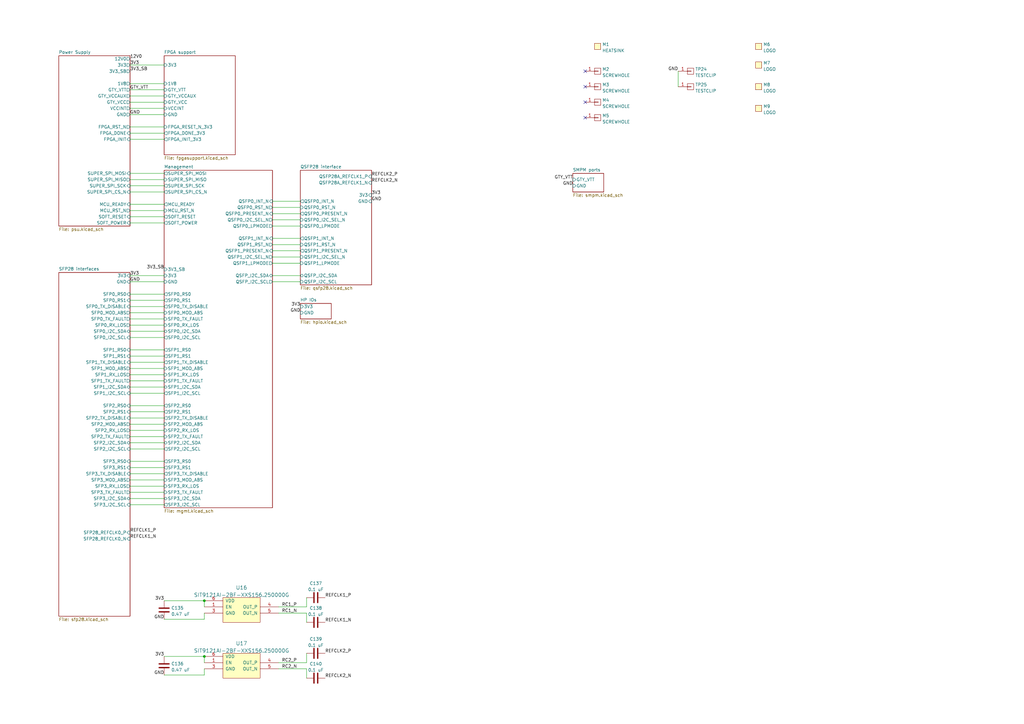
<source format=kicad_sch>
(kicad_sch (version 20231120) (generator "eeschema") (generator_version "8.0")
  (paper "A3")
  (title_block (title "Kintex Ultrascale+ OshPark For The Lulz") (date "2024-11-10") (rev "0.1") (company "Antikernel Labs") (comment 1 "Andrew D. Zonenberg"))
  (lib_symbols
    (symbol "conn:CONN_01X01" (pin_names (offset 1.016) hide)
      (property "Reference" "J" (at 0 2.54 0))
      (property "Value" "CONN_01X01" (at 2.54 0 90))
      (symbol "CONN_01X01_0_1"
        (rectangle (start -1.27 0.127) (end 0.254 -0.127))
        (rectangle (start -1.27 1.27) (end 1.27 -1.27))
      )
      (symbol "CONN_01X01_1_1"
        (pin passive line (at -5.08 0 0) (length 3.81) (name "P1") (number "1"))
      )
    )
    (symbol "device:C" (pin_numbers hide) (pin_names (offset 0.254))
      (property "Reference" "C" (at 0.635 2.54 0))
      (property "Value" "C" (at 0.635 -2.54 0))
      (symbol "C_0_1"
        (polyline (pts (xy -2.032 -0.762) (xy 2.032 -0.762)) (stroke (width 0.508)))
        (polyline (pts (xy -2.032 0.762) (xy 2.032 0.762)) (stroke (width 0.508)))
      )
      (symbol "C_1_1"
        (pin passive line (at 0 3.81 270) (length 2.794) (name "~") (number "1"))
        (pin passive line (at 0 -3.81 90) (length 2.794) (name "~") (number "2"))
      )
    )
    (symbol "osc-azonenberg:OSC_LVDS_NOPAD" (pin_names (offset 1.016))
      (property "Reference" "U" (at 0 -1.27 0))
      (property "Value" "OSC_LVDS_NOPAD" (at 0 -3.81 0))
      (symbol "OSC_LVDS_NOPAD_0_1"
        (rectangle (start 0 10.16) (end 15.24 0) (fill (type background)))
      )
      (symbol "OSC_LVDS_NOPAD_1_1"
        (pin input line (at -7.62 6.35 0) (length 7.62) (name "EN") (number "1"))
        (pin power_in line (at -7.62 3.81 0) (length 7.62) (name "GND") (number "3"))
        (pin output line (at 22.86 6.35 180) (length 7.62) (name "OUT_P") (number "4"))
        (pin output line (at 22.86 3.81 180) (length 7.62) (name "OUT_N") (number "5"))
        (pin power_in line (at -7.62 8.89 0) (length 7.62) (name "VDD") (number "6"))
      )
    )
    (symbol "special-azonenberg:MECHANICAL" (pin_names (offset 1.016))
      (property "Reference" "M" (at 0 -2.54 0))
      (property "Value" "MECHANICAL" (at 0 -5.08 0))
      (symbol "MECHANICAL_0_1"
        (rectangle (start 0 1.27) (end 2.54 -1.27) (fill (type background)))
      )
    )
  )
  (junction (at 83.82 269.24))
  (junction (at 83.82 246.38))
  (no_connect (at 240.03 41.91))
  (no_connect (at 240.03 35.56))
  (no_connect (at 240.03 48.26))
  (no_connect (at 240.03 29.21))
  (wire (pts (xy 53.34 133.35) (xy 67.31 133.35)))
  (wire (pts (xy 53.34 151.13) (xy 67.31 151.13)))
  (wire (pts (xy 53.34 41.91) (xy 67.31 41.91)))
  (wire (pts (xy 53.34 179.07) (xy 67.31 179.07)))
  (wire (pts (xy 83.82 254) (xy 83.82 251.46)))
  (wire (pts (xy 53.34 130.81) (xy 67.31 130.81)))
  (wire (pts (xy 125.73 245.11) (xy 125.73 248.92)))
  (wire (pts (xy 67.31 269.24) (xy 83.82 269.24)))
  (wire (pts (xy 53.34 138.43) (xy 67.31 138.43)))
  (wire (pts (xy 53.34 156.21) (xy 67.31 156.21)))
  (wire (pts (xy 111.76 105.41) (xy 123.19 105.41)))
  (wire (pts (xy 53.34 83.82) (xy 67.31 83.82)))
  (wire (pts (xy 111.76 102.87) (xy 123.19 102.87)))
  (wire (pts (xy 53.34 86.36) (xy 67.31 86.36)))
  (wire (pts (xy 53.34 194.31) (xy 67.31 194.31)))
  (wire (pts (xy 111.76 113.03) (xy 123.19 113.03)))
  (wire (pts (xy 53.34 34.29) (xy 67.31 34.29)))
  (wire (pts (xy 114.3 248.92) (xy 125.73 248.92)))
  (wire (pts (xy 53.34 158.75) (xy 67.31 158.75)))
  (wire (pts (xy 67.31 276.86) (xy 83.82 276.86)))
  (wire (pts (xy 53.34 46.99) (xy 67.31 46.99)))
  (wire (pts (xy 53.34 88.9) (xy 67.31 88.9)))
  (wire (pts (xy 53.34 113.03) (xy 67.31 113.03)))
  (wire (pts (xy 53.34 73.66) (xy 67.31 73.66)))
  (wire (pts (xy 53.34 26.67) (xy 67.31 26.67)))
  (wire (pts (xy 53.34 189.23) (xy 67.31 189.23)))
  (wire (pts (xy 53.34 76.2) (xy 67.31 76.2)))
  (wire (pts (xy 53.34 39.37) (xy 67.31 39.37)))
  (wire (pts (xy 53.34 146.05) (xy 67.31 146.05)))
  (wire (pts (xy 111.76 100.33) (xy 123.19 100.33)))
  (wire (pts (xy 53.34 166.37) (xy 67.31 166.37)))
  (wire (pts (xy 53.34 153.67) (xy 67.31 153.67)))
  (wire (pts (xy 83.82 276.86) (xy 83.82 274.32)))
  (wire (pts (xy 53.34 120.65) (xy 67.31 120.65)))
  (wire (pts (xy 53.34 148.59) (xy 67.31 148.59)))
  (wire (pts (xy 83.82 246.38) (xy 83.82 248.92)))
  (wire (pts (xy 53.34 115.57) (xy 67.31 115.57)))
  (wire (pts (xy 53.34 201.93) (xy 67.31 201.93)))
  (wire (pts (xy 111.76 85.09) (xy 123.19 85.09)))
  (wire (pts (xy 53.34 54.61) (xy 67.31 54.61)))
  (wire (pts (xy 53.34 44.45) (xy 67.31 44.45)))
  (wire (pts (xy 53.34 196.85) (xy 67.31 196.85)))
  (wire (pts (xy 53.34 36.83) (xy 67.31 36.83)))
  (wire (pts (xy 53.34 78.74) (xy 67.31 78.74)))
  (wire (pts (xy 53.34 57.15) (xy 67.31 57.15)))
  (wire (pts (xy 53.34 191.77) (xy 67.31 191.77)))
  (wire (pts (xy 111.76 90.17) (xy 123.19 90.17)))
  (wire (pts (xy 53.34 71.12) (xy 67.31 71.12)))
  (wire (pts (xy 53.34 128.27) (xy 67.31 128.27)))
  (wire (pts (xy 53.34 204.47) (xy 67.31 204.47)))
  (wire (pts (xy 53.34 52.07) (xy 67.31 52.07)))
  (wire (pts (xy 53.34 173.99) (xy 67.31 173.99)))
  (wire (pts (xy 53.34 135.89) (xy 67.31 135.89)))
  (wire (pts (xy 53.34 176.53) (xy 67.31 176.53)))
  (wire (pts (xy 111.76 97.79) (xy 123.19 97.79)))
  (wire (pts (xy 111.76 107.95) (xy 123.19 107.95)))
  (wire (pts (xy 125.73 267.97) (xy 125.73 271.78)))
  (wire (pts (xy 53.34 125.73) (xy 67.31 125.73)))
  (wire (pts (xy 53.34 207.01) (xy 67.31 207.01)))
  (wire (pts (xy 53.34 161.29) (xy 67.31 161.29)))
  (wire (pts (xy 125.73 274.32) (xy 125.73 278.13)))
  (wire (pts (xy 67.31 254) (xy 83.82 254)))
  (wire (pts (xy 53.34 123.19) (xy 67.31 123.19)))
  (wire (pts (xy 111.76 82.55) (xy 123.19 82.55)))
  (wire (pts (xy 83.82 269.24) (xy 83.82 271.78)))
  (wire (pts (xy 53.34 171.45) (xy 67.31 171.45)))
  (wire (pts (xy 53.34 184.15) (xy 67.31 184.15)))
  (wire (pts (xy 67.31 246.38) (xy 83.82 246.38)))
  (wire (pts (xy 111.76 87.63) (xy 123.19 87.63)))
  (wire (pts (xy 53.34 168.91) (xy 67.31 168.91)))
  (wire (pts (xy 114.3 271.78) (xy 125.73 271.78)))
  (wire (pts (xy 53.34 91.44) (xy 67.31 91.44)))
  (wire (pts (xy 114.3 274.32) (xy 125.73 274.32)))
  (wire (pts (xy 111.76 92.71) (xy 123.19 92.71)))
  (wire (pts (xy 278.13 29.21) (xy 278.13 35.56)))
  (wire (pts (xy 53.34 143.51) (xy 67.31 143.51)))
  (wire (pts (xy 53.34 199.39) (xy 67.31 199.39)))
  (wire (pts (xy 125.73 251.46) (xy 125.73 255.27)))
  (wire (pts (xy 114.3 251.46) (xy 125.73 251.46)))
  (wire (pts (xy 111.76 115.57) (xy 123.19 115.57)))
  (wire (pts (xy 53.34 181.61) (xy 67.31 181.61)))
  (label "REFCLK2_P" (at 133.35 267.97 0))
  (label "REFCLK2_N" (at 133.35 278.13 0))
  (label "REFCLK1_P" (at 133.35 245.11 0))
  (label "REFCLK1_N" (at 53.34 220.98 0))
  (label "3V3" (at 53.34 26.67 0))
  (label "3V3" (at 53.34 113.03 0))
  (label "3V3_SB" (at 67.31 110.49 180))
  (label "REFCLK2_P" (at 152.4 72.39 0))
  (label "REFCLK1_N" (at 133.35 255.27 0))
  (label "3V3" (at 123.19 125.73 180))
  (label "12V0" (at 53.34 24.13 0))
  (label "RC1_P" (at 115.57 248.92 0))
  (label "GND" (at 123.19 128.27 180))
  (label "GND" (at 152.4 82.55 0))
  (label "3V3" (at 152.4 80.01 0))
  (label "3V3" (at 67.31 246.38 180))
  (label "RC2_P" (at 115.57 271.78 0))
  (label "REFCLK2_N" (at 152.4 74.93 0))
  (label "REFCLK1_P" (at 53.34 218.44 0))
  (label "3V3_SB" (at 53.34 29.21 0))
  (label "GND" (at 53.34 46.99 0))
  (label "GTY_VTT" (at 53.34 36.83 0))
  (label "GTY_VTT" (at 234.95 73.66 180))
  (label "GND" (at 53.34 115.57 0))
  (label "GND" (at 234.95 76.2 180))
  (label "GND" (at 67.31 254 180))
  (label "GND" (at 278.13 29.21 180))
  (label "GND" (at 67.31 276.86 180))
  (label "3V3" (at 67.31 269.24 180))
  (label "RC2_N" (at 115.57 274.32 0))
  (label "RC1_N" (at 115.57 251.46 0))
  (symbol (lib_id "osc-azonenberg:OSC_LVDS_NOPAD") (at 91.44 255.27 0) (unit 1)
    (property "Reference" "U16" (at 99.06 241.0259 0) (effects (font (size 1.524 1.524))))
    (property "Value" "SIT9121AI-2BF-XXS156.250000G" (at 99.06 244.0193 0) (effects (font (size 1.524 1.524))))
    (property "Footprint" "azonenberg_pcb:OSCILLATOR_LVDS_3.2x2.5" (effects (hide yes)))
  )
  (symbol (lib_id "special-azonenberg:MECHANICAL") (at 309.88 19.05 0) (unit 1)
    (property "Reference" "M6" (at 313.055 18.2153 0) (effects (justify left)))
    (property "Value" "LOGO" (at 313.055 20.7522 0) (effects (justify left)))
    (property "Footprint" "azonenberg_pcb:LONGTHING-1200DPI" (effects (hide yes)))
  )
  (symbol (lib_id "conn:CONN_01X01") (at 245.11 35.56 0) (unit 1)
    (property "Reference" "M3" (at 247.015 34.7253 0) (effects (justify left)))
    (property "Value" "SCREWHOLE" (at 247.015 37.2622 0) (effects (justify left)))
    (property "Footprint" "azonenberg_pcb:MECHANICAL_CLEARANCEHOLE_4_40" (effects (hide yes)))
  )
  (symbol (lib_id "special-azonenberg:MECHANICAL") (at 309.88 44.45 0) (unit 1)
    (property "Reference" "M9" (at 313.055 43.6153 0) (effects (justify left)))
    (property "Value" "LOGO" (at 313.055 46.1522 0) (effects (justify left)))
    (property "Footprint" "w_logo:Logo_silk_WEEE_3.4x5mm" (effects (hide yes)))
  )
  (symbol (lib_id "device:C") (at 67.31 250.19 0) (unit 1)
    (property "Reference" "C135" (at 70.231 249.3553 0) (effects (justify left)))
    (property "Value" "0.47 uF" (at 70.231 251.8922 0) (effects (justify left)))
    (property "Footprint" "azonenberg_pcb:EIA_0402_CAP_NOSILK" (effects (hide yes)))
  )
  (symbol (lib_id "device:C") (at 129.54 267.97 90) (unit 1)
    (property "Reference" "C139" (at 129.54 262.1112 90))
    (property "Value" "0.1 uF" (at 129.54 264.6481 90))
    (property "Footprint" "azonenberg_pcb:EIA_0402_CAP_NOSILK" (effects (hide yes)))
  )
  (symbol (lib_id "osc-azonenberg:OSC_LVDS_NOPAD") (at 91.44 278.13 0) (unit 1)
    (property "Reference" "U17" (at 99.06 263.8859 0) (effects (font (size 1.524 1.524))))
    (property "Value" "SIT9121AI-2BF-XXS156.250000G" (at 99.06 266.8793 0) (effects (font (size 1.524 1.524))))
    (property "Footprint" "azonenberg_pcb:OSCILLATOR_LVDS_3.2x2.5" (effects (hide yes)))
  )
  (symbol (lib_id "device:C") (at 67.31 273.05 0) (unit 1)
    (property "Reference" "C136" (at 70.231 272.2153 0) (effects (justify left)))
    (property "Value" "0.47 uF" (at 70.231 274.7522 0) (effects (justify left)))
    (property "Footprint" "azonenberg_pcb:EIA_0402_CAP_NOSILK" (effects (hide yes)))
  )
  (symbol (lib_id "device:C") (at 129.54 245.11 90) (unit 1)
    (property "Reference" "C137" (at 129.54 239.2512 90))
    (property "Value" "0.1 uF" (at 129.54 241.7881 90))
    (property "Footprint" "azonenberg_pcb:EIA_0402_CAP_NOSILK" (effects (hide yes)))
  )
  (symbol (lib_id "conn:CONN_01X01") (at 245.11 29.21 0) (unit 1)
    (property "Reference" "M2" (at 247.015 28.3753 0) (effects (justify left)))
    (property "Value" "SCREWHOLE" (at 247.015 30.9122 0) (effects (justify left)))
    (property "Footprint" "azonenberg_pcb:MECHANICAL_CLEARANCEHOLE_4_40" (effects (hide yes)))
  )
  (symbol (lib_id "conn:CONN_01X01") (at 245.11 48.26 0) (unit 1)
    (property "Reference" "M5" (at 247.015 47.4253 0) (effects (justify left)))
    (property "Value" "SCREWHOLE" (at 247.015 49.9622 0) (effects (justify left)))
    (property "Footprint" "azonenberg_pcb:MECHANICAL_CLEARANCEHOLE_4_40" (effects (hide yes)))
  )
  (symbol (lib_id "conn:CONN_01X01") (at 245.11 41.91 0) (unit 1)
    (property "Reference" "M4" (at 247.015 41.0753 0) (effects (justify left)))
    (property "Value" "SCREWHOLE" (at 247.015 43.6122 0) (effects (justify left)))
    (property "Footprint" "azonenberg_pcb:MECHANICAL_CLEARANCEHOLE_4_40" (effects (hide yes)))
  )
  (symbol (lib_id "device:C") (at 129.54 278.13 90) (unit 1)
    (property "Reference" "C140" (at 129.54 272.2712 90))
    (property "Value" "0.1 uF" (at 129.54 274.8081 90))
    (property "Footprint" "azonenberg_pcb:EIA_0402_CAP_NOSILK" (effects (hide yes)))
  )
  (symbol (lib_id "special-azonenberg:MECHANICAL") (at 309.88 26.67 0) (unit 1)
    (property "Reference" "M7" (at 313.055 25.8353 0) (effects (justify left)))
    (property "Value" "LOGO" (at 313.055 28.3722 0) (effects (justify left)))
    (property "Footprint" "w_logo:Logo_silk_ROHS_5x2.8mm" (effects (hide yes)))
  )
  (symbol (lib_id "conn:CONN_01X01") (at 283.21 29.21 0) (unit 1)
    (property "Reference" "TP24" (at 285.115 28.3753 0) (effects (justify left)))
    (property "Value" "TESTCLIP" (at 285.115 30.9122 0) (effects (justify left)))
    (property "Footprint" "azonenberg_pcb:TESTPOINT_SMT_KEYSTONE_5016" (effects (hide yes)))
  )
  (symbol (lib_id "special-azonenberg:MECHANICAL") (at 243.84 19.05 0) (unit 1)
    (property "Reference" "M1" (at 247.015 18.2153 0) (effects (justify left)))
    (property "Value" "HEATSINK" (at 247.015 20.7522 0) (effects (justify left)))
    (property "Footprint" "azonenberg_pcb:HEATSINK_WAKEFIELDVETTE_960-27-12-D-AB-0" (effects (hide yes)))
  )
  (symbol (lib_id "special-azonenberg:MECHANICAL") (at 309.88 35.56 0) (unit 1)
    (property "Reference" "M8" (at 313.055 34.7253 0) (effects (justify left)))
    (property "Value" "LOGO" (at 313.055 37.2622 0) (effects (justify left)))
    (property "Footprint" "w_logo:Logo_silk_OSHW_6x6mm" (effects (hide yes)))
  )
  (symbol (lib_id "conn:CONN_01X01") (at 283.21 35.56 0) (unit 1)
    (property "Reference" "TP25" (at 285.115 34.7253 0) (effects (justify left)))
    (property "Value" "TESTCLIP" (at 285.115 37.2622 0) (effects (justify left)))
    (property "Footprint" "azonenberg_pcb:TESTPOINT_SMT_KEYSTONE_5016" (effects (hide yes)))
  )
  (symbol (lib_id "device:C") (at 129.54 255.27 90) (unit 1)
    (property "Reference" "C138" (at 129.54 249.4112 90))
    (property "Value" "0.1 uF" (at 129.54 251.9481 90))
    (property "Footprint" "azonenberg_pcb:EIA_0402_CAP_NOSILK" (effects (hide yes)))
  )
  (sheet (at 24.13 22.86) (size 29.21 69.85) (stroke (width 0.1524))
    (property "Sheetname" "Power Supply" (at 24.13 22.1484 0) (effects (justify left bottom)))
    (property "Sheetfile" "psu.kicad_sch" (at 24.13 93.2946 0) (effects (justify left top)))
    (pin "GTY_VCCAUX" output (at 53.34 39.37 0))
    (pin "GTY_VTT" output (at 53.34 36.83 0))
    (pin "VCCINT" output (at 53.34 44.45 0))
    (pin "3V3" output (at 53.34 26.67 0))
    (pin "1V8" output (at 53.34 34.29 0))
    (pin "GND" output (at 53.34 46.99 0))
    (pin "3V3_SB" output (at 53.34 29.21 0))
    (pin "12V0" output (at 53.34 24.13 0))
    (pin "GTY_VCC" output (at 53.34 41.91 0))
    (pin "SUPER_SPI_CS_N" input (at 53.34 78.74 0))
    (pin "SUPER_SPI_SCK" input (at 53.34 76.2 0))
    (pin "SUPER_SPI_MOSI" input (at 53.34 71.12 0))
    (pin "SUPER_SPI_MISO" output (at 53.34 73.66 0))
    (pin "MCU_RST_N" output (at 53.34 86.36 0))
    (pin "FPGA_RST_N" output (at 53.34 52.07 0))
    (pin "MCU_READY" input (at 53.34 83.82 0))
    (pin "FPGA_DONE" input (at 53.34 54.61 0))
    (pin "SOFT_POWER" input (at 53.34 91.44 0))
    (pin "SOFT_RESET" input (at 53.34 88.9 0))
    (pin "FPGA_INIT" input (at 53.34 57.15 0))
  )
  (sheet (at 123.19 124.46) (size 12.7 6.35) (stroke (width 0.1524))
    (property "Sheetname" "HP IOs" (at 123.19 123.7484 0) (effects (justify left bottom)))
    (property "Sheetfile" "hpio.kicad_sch" (at 123.19 131.3946 0) (effects (justify left top)))
    (pin "3V3" input (at 123.19 125.73 180))
    (pin "GND" input (at 123.19 128.27 180))
  )
  (sheet (at 67.31 22.86) (size 29.21 40.64) (stroke (width 0.1524))
    (property "Sheetname" "FPGA support" (at 67.31 22.1484 0) (effects (justify left bottom)))
    (property "Sheetfile" "fpgasupport.kicad_sch" (at 67.31 64.0846 0) (effects (justify left top)))
    (pin "GTY_VCC" input (at 67.31 41.91 180))
    (pin "1V8" input (at 67.31 34.29 180))
    (pin "VCCINT" input (at 67.31 44.45 180))
    (pin "3V3" input (at 67.31 26.67 180))
    (pin "GND" input (at 67.31 46.99 180))
    (pin "GTY_VCCAUX" input (at 67.31 39.37 180))
    (pin "GTY_VTT" input (at 67.31 36.83 180))
    (pin "FPGA_RESET_N_3V3" input (at 67.31 52.07 180))
    (pin "FPGA_DONE_3V3" output (at 67.31 54.61 180))
    (pin "FPGA_INIT_3V3" output (at 67.31 57.15 180))
  )
  (sheet (at 67.31 69.85) (size 44.45 138.43) (stroke (width 0.1524))
    (property "Sheetname" "Management" (at 67.31 69.1384 0) (effects (justify left bottom)))
    (property "Sheetfile" "mgmt.kicad_sch" (at 67.31 208.8646 0) (effects (justify left top)))
    (pin "GND" input (at 67.31 115.57 180))
    (pin "3V3" input (at 67.31 113.03 180))
    (pin "SOFT_POWER" output (at 67.31 91.44 180))
    (pin "SOFT_RESET" output (at 67.31 88.9 180))
    (pin "SFP0_RS1" output (at 67.31 123.19 180))
    (pin "SFP0_RS0" output (at 67.31 120.65 180))
    (pin "SFP1_RS0" output (at 67.31 143.51 180))
    (pin "SFP1_RS1" output (at 67.31 146.05 180))
    (pin "MCU_RST_N" input (at 67.31 86.36 180))
    (pin "SFP1_MOD_ABS" input (at 67.31 151.13 180))
    (pin "SFP1_RX_LOS" input (at 67.31 153.67 180))
    (pin "SFP1_TX_DISABLE" output (at 67.31 148.59 180))
    (pin "SFP1_TX_FAULT" input (at 67.31 156.21 180))
    (pin "MCU_READY" output (at 67.31 83.82 180))
    (pin "SFP0_TX_DISABLE" output (at 67.31 125.73 180))
    (pin "SFP0_MOD_ABS" input (at 67.31 128.27 180))
    (pin "SFP0_TX_FAULT" input (at 67.31 130.81 180))
    (pin "SFP0_RX_LOS" input (at 67.31 133.35 180))
    (pin "SUPER_SPI_CS_N" output (at 67.31 78.74 180))
    (pin "SUPER_SPI_SCK" output (at 67.31 76.2 180))
    (pin "SUPER_SPI_MISO" input (at 67.31 73.66 180))
    (pin "SUPER_SPI_MOSI" output (at 67.31 71.12 180))
    (pin "SFP0_I2C_SDA" bidirectional (at 67.31 135.89 180))
    (pin "SFP0_I2C_SCL" output (at 67.31 138.43 180))
    (pin "SFP1_I2C_SDA" bidirectional (at 67.31 158.75 180))
    (pin "SFP1_I2C_SCL" output (at 67.31 161.29 180))
    (pin "SFP2_I2C_SDA" bidirectional (at 67.31 181.61 180))
    (pin "SFP2_I2C_SCL" output (at 67.31 184.15 180))
    (pin "SFP3_I2C_SDA" bidirectional (at 67.31 204.47 180))
    (pin "SFP3_I2C_SCL" output (at 67.31 207.01 180))
    (pin "SFP2_RS0" output (at 67.31 166.37 180))
    (pin "SFP2_RS1" output (at 67.31 168.91 180))
    (pin "SFP2_TX_DISABLE" output (at 67.31 171.45 180))
    (pin "SFP3_TX_DISABLE" output (at 67.31 194.31 180))
    (pin "SFP3_TX_FAULT" input (at 67.31 201.93 180))
    (pin "SFP2_TX_FAULT" input (at 67.31 179.07 180))
    (pin "SFP2_MOD_ABS" input (at 67.31 173.99 180))
    (pin "SFP3_RS1" output (at 67.31 191.77 180))
    (pin "SFP2_RX_LOS" input (at 67.31 176.53 180))
    (pin "SFP3_MOD_ABS" input (at 67.31 196.85 180))
    (pin "SFP3_RX_LOS" input (at 67.31 199.39 180))
    (pin "SFP3_RS0" output (at 67.31 189.23 180))
    (pin "QSFP0_LPMODE" output (at 111.76 92.71 0))
    (pin "QSFP1_INT_N" input (at 111.76 97.79 0))
    (pin "QSFP1_RST_N" output (at 111.76 100.33 0))
    (pin "QSFP1_I2C_SEL_N" output (at 111.76 105.41 0))
    (pin "QSFP1_PRESENT_N" input (at 111.76 102.87 0))
    (pin "QSFP1_LPMODE" output (at 111.76 107.95 0))
    (pin "QSFP0_PRESENT_N" input (at 111.76 87.63 0))
    (pin "QSFP0_I2C_SEL_N" output (at 111.76 90.17 0))
    (pin "QSFP0_INT_N" input (at 111.76 82.55 0))
    (pin "QSFP0_RST_N" output (at 111.76 85.09 0))
    (pin "QSFP_I2C_SDA" bidirectional (at 111.76 113.03 0))
    (pin "QSFP_I2C_SCL" output (at 111.76 115.57 0))
    (pin "3V3_SB" input (at 67.31 110.49 180))
  )
  (sheet (at 24.13 111.76) (size 29.21 140.97) (stroke (width 0.1524))
    (property "Sheetname" "SFP28 interfaces" (at 24.13 111.0484 0) (effects (justify left bottom)))
    (property "Sheetfile" "sfp28.kicad_sch" (at 24.13 253.3146 0) (effects (justify left top)))
    (pin "SFP0_I2C_SDA" bidirectional (at 53.34 135.89 0))
    (pin "SFP0_RS0" input (at 53.34 120.65 0))
    (pin "SFP0_I2C_SCL" input (at 53.34 138.43 0))
    (pin "SFP0_RS1" input (at 53.34 123.19 0))
    (pin "SFP0_TX_DISABLE" input (at 53.34 125.73 0))
    (pin "SFP0_TX_FAULT" output (at 53.34 130.81 0))
    (pin "SFP0_MOD_ABS" output (at 53.34 128.27 0))
    (pin "SFP0_RX_LOS" output (at 53.34 133.35 0))
    (pin "GND" input (at 53.34 115.57 0))
    (pin "SFP1_RS1" input (at 53.34 146.05 0))
    (pin "SFP1_RS0" input (at 53.34 143.51 0))
    (pin "SFP1_I2C_SCL" input (at 53.34 161.29 0))
    (pin "SFP1_I2C_SDA" bidirectional (at 53.34 158.75 0))
    (pin "SFP1_RX_LOS" output (at 53.34 153.67 0))
    (pin "SFP1_TX_DISABLE" input (at 53.34 148.59 0))
    (pin "SFP1_TX_FAULT" output (at 53.34 156.21 0))
    (pin "SFP1_MOD_ABS" output (at 53.34 151.13 0))
    (pin "3V3" input (at 53.34 113.03 0))
    (pin "SFP3_RS1" input (at 53.34 191.77 0))
    (pin "SFP3_RX_LOS" output (at 53.34 199.39 0))
    (pin "SFP3_MOD_ABS" output (at 53.34 196.85 0))
    (pin "SFP3_TX_DISABLE" input (at 53.34 194.31 0))
    (pin "SFP3_TX_FAULT" output (at 53.34 201.93 0))
    (pin "SFP3_I2C_SDA" bidirectional (at 53.34 204.47 0))
    (pin "SFP3_I2C_SCL" input (at 53.34 207.01 0))
    (pin "SFP3_RS0" input (at 53.34 189.23 0))
    (pin "SFP28_REFCLK0_N" input (at 53.34 220.98 0))
    (pin "SFP28_REFCLK0_P" input (at 53.34 218.44 0))
    (pin "SFP2_TX_FAULT" output (at 53.34 179.07 0))
    (pin "SFP2_TX_DISABLE" input (at 53.34 171.45 0))
    (pin "SFP2_I2C_SCL" input (at 53.34 184.15 0))
    (pin "SFP2_I2C_SDA" bidirectional (at 53.34 181.61 0))
    (pin "SFP2_MOD_ABS" output (at 53.34 173.99 0))
    (pin "SFP2_RS0" input (at 53.34 166.37 0))
    (pin "SFP2_RS1" input (at 53.34 168.91 0))
    (pin "SFP2_RX_LOS" output (at 53.34 176.53 0))
  )
  (sheet (at 234.95 71.12) (size 12.7 7.62) (stroke (width 0.1524))
    (property "Sheetname" "SMPM ports" (at 234.95 70.4084 0) (effects (justify left bottom)))
    (property "Sheetfile" "smpm.kicad_sch" (at 234.95 79.3246 0) (effects (justify left top)))
    (pin "GTY_VTT" input (at 234.95 73.66 180))
    (pin "GND" input (at 234.95 76.2 180))
  )
  (sheet (at 123.19 69.85) (size 29.21 46.99) (stroke (width 0.1524))
    (property "Sheetname" "QSFP28 interface" (at 123.19 69.1384 0) (effects (justify left bottom)))
    (property "Sheetfile" "qsfp28.kicad_sch" (at 123.19 117.4246 0) (effects (justify left top)))
    (pin "QSFP28A_REFCLK1_P" input (at 152.4 72.39 0))
    (pin "QSFP28A_REFCLK1_N" input (at 152.4 74.93 0))
    (pin "3V3" input (at 152.4 80.01 0))
    (pin "GND" input (at 152.4 82.55 0))
    (pin "QSFP0_RST_N" input (at 123.19 85.09 180))
    (pin "QSFP_I2C_SDA" bidirectional (at 123.19 113.03 180))
    (pin "QSFP0_INT_N" output (at 123.19 82.55 180))
    (pin "QSFP0_PRESENT_N" output (at 123.19 87.63 180))
    (pin "QSFP0_I2C_SEL_N" input (at 123.19 90.17 180))
    (pin "QSFP_I2C_SCL" input (at 123.19 115.57 180))
    (pin "QSFP0_LPMODE" input (at 123.19 92.71 180))
    (pin "QSFP1_LPMODE" input (at 123.19 107.95 180))
    (pin "QSFP1_RST_N" input (at 123.19 100.33 180))
    (pin "QSFP1_I2C_SEL_N" input (at 123.19 105.41 180))
    (pin "QSFP1_INT_N" output (at 123.19 97.79 180))
    (pin "QSFP1_PRESENT_N" output (at 123.19 102.87 180))
  )
)
</source>
